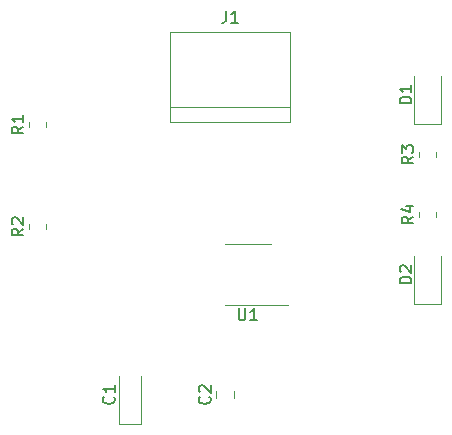
<source format=gbr>
%TF.GenerationSoftware,KiCad,Pcbnew,(6.0.10)*%
%TF.CreationDate,2023-02-17T13:08:42-08:00*%
%TF.ProjectId,Lab 6b,4c616220-3662-42e6-9b69-6361645f7063,rev?*%
%TF.SameCoordinates,Original*%
%TF.FileFunction,Legend,Top*%
%TF.FilePolarity,Positive*%
%FSLAX46Y46*%
G04 Gerber Fmt 4.6, Leading zero omitted, Abs format (unit mm)*
G04 Created by KiCad (PCBNEW (6.0.10)) date 2023-02-17 13:08:42*
%MOMM*%
%LPD*%
G01*
G04 APERTURE LIST*
%ADD10C,0.150000*%
%ADD11C,0.120000*%
G04 APERTURE END LIST*
D10*
%TO.C,R3*%
X143582380Y-83986666D02*
X143106190Y-84320000D01*
X143582380Y-84558095D02*
X142582380Y-84558095D01*
X142582380Y-84177142D01*
X142630000Y-84081904D01*
X142677619Y-84034285D01*
X142772857Y-83986666D01*
X142915714Y-83986666D01*
X143010952Y-84034285D01*
X143058571Y-84081904D01*
X143106190Y-84177142D01*
X143106190Y-84558095D01*
X142582380Y-83653333D02*
X142582380Y-83034285D01*
X142963333Y-83367619D01*
X142963333Y-83224761D01*
X143010952Y-83129523D01*
X143058571Y-83081904D01*
X143153809Y-83034285D01*
X143391904Y-83034285D01*
X143487142Y-83081904D01*
X143534761Y-83129523D01*
X143582380Y-83224761D01*
X143582380Y-83510476D01*
X143534761Y-83605714D01*
X143487142Y-83653333D01*
%TO.C,R4*%
X143582380Y-89066666D02*
X143106190Y-89400000D01*
X143582380Y-89638095D02*
X142582380Y-89638095D01*
X142582380Y-89257142D01*
X142630000Y-89161904D01*
X142677619Y-89114285D01*
X142772857Y-89066666D01*
X142915714Y-89066666D01*
X143010952Y-89114285D01*
X143058571Y-89161904D01*
X143106190Y-89257142D01*
X143106190Y-89638095D01*
X142915714Y-88209523D02*
X143582380Y-88209523D01*
X142534761Y-88447619D02*
X143249047Y-88685714D01*
X143249047Y-88066666D01*
%TO.C,R1*%
X110562380Y-81446666D02*
X110086190Y-81780000D01*
X110562380Y-82018095D02*
X109562380Y-82018095D01*
X109562380Y-81637142D01*
X109610000Y-81541904D01*
X109657619Y-81494285D01*
X109752857Y-81446666D01*
X109895714Y-81446666D01*
X109990952Y-81494285D01*
X110038571Y-81541904D01*
X110086190Y-81637142D01*
X110086190Y-82018095D01*
X110562380Y-80494285D02*
X110562380Y-81065714D01*
X110562380Y-80780000D02*
X109562380Y-80780000D01*
X109705238Y-80875238D01*
X109800476Y-80970476D01*
X109848095Y-81065714D01*
%TO.C,D1*%
X143412380Y-79478095D02*
X142412380Y-79478095D01*
X142412380Y-79240000D01*
X142460000Y-79097142D01*
X142555238Y-79001904D01*
X142650476Y-78954285D01*
X142840952Y-78906666D01*
X142983809Y-78906666D01*
X143174285Y-78954285D01*
X143269523Y-79001904D01*
X143364761Y-79097142D01*
X143412380Y-79240000D01*
X143412380Y-79478095D01*
X143412380Y-77954285D02*
X143412380Y-78525714D01*
X143412380Y-78240000D02*
X142412380Y-78240000D01*
X142555238Y-78335238D01*
X142650476Y-78430476D01*
X142698095Y-78525714D01*
%TO.C,J1*%
X127719166Y-71653630D02*
X127719166Y-72367916D01*
X127671547Y-72510773D01*
X127576309Y-72606011D01*
X127433452Y-72653630D01*
X127338214Y-72653630D01*
X128719166Y-72653630D02*
X128147738Y-72653630D01*
X128433452Y-72653630D02*
X128433452Y-71653630D01*
X128338214Y-71796488D01*
X128242976Y-71891726D01*
X128147738Y-71939345D01*
%TO.C,R2*%
X110562380Y-90086666D02*
X110086190Y-90420000D01*
X110562380Y-90658095D02*
X109562380Y-90658095D01*
X109562380Y-90277142D01*
X109610000Y-90181904D01*
X109657619Y-90134285D01*
X109752857Y-90086666D01*
X109895714Y-90086666D01*
X109990952Y-90134285D01*
X110038571Y-90181904D01*
X110086190Y-90277142D01*
X110086190Y-90658095D01*
X109657619Y-89705714D02*
X109610000Y-89658095D01*
X109562380Y-89562857D01*
X109562380Y-89324761D01*
X109610000Y-89229523D01*
X109657619Y-89181904D01*
X109752857Y-89134285D01*
X109848095Y-89134285D01*
X109990952Y-89181904D01*
X110562380Y-89753333D01*
X110562380Y-89134285D01*
%TO.C,C1*%
X118187142Y-104306666D02*
X118234761Y-104354285D01*
X118282380Y-104497142D01*
X118282380Y-104592380D01*
X118234761Y-104735238D01*
X118139523Y-104830476D01*
X118044285Y-104878095D01*
X117853809Y-104925714D01*
X117710952Y-104925714D01*
X117520476Y-104878095D01*
X117425238Y-104830476D01*
X117330000Y-104735238D01*
X117282380Y-104592380D01*
X117282380Y-104497142D01*
X117330000Y-104354285D01*
X117377619Y-104306666D01*
X118282380Y-103354285D02*
X118282380Y-103925714D01*
X118282380Y-103640000D02*
X117282380Y-103640000D01*
X117425238Y-103735238D01*
X117520476Y-103830476D01*
X117568095Y-103925714D01*
%TO.C,U1*%
X128778095Y-96832380D02*
X128778095Y-97641904D01*
X128825714Y-97737142D01*
X128873333Y-97784761D01*
X128968571Y-97832380D01*
X129159047Y-97832380D01*
X129254285Y-97784761D01*
X129301904Y-97737142D01*
X129349523Y-97641904D01*
X129349523Y-96832380D01*
X130349523Y-97832380D02*
X129778095Y-97832380D01*
X130063809Y-97832380D02*
X130063809Y-96832380D01*
X129968571Y-96975238D01*
X129873333Y-97070476D01*
X129778095Y-97118095D01*
%TO.C,C2*%
X126302142Y-104306666D02*
X126349761Y-104354285D01*
X126397380Y-104497142D01*
X126397380Y-104592380D01*
X126349761Y-104735238D01*
X126254523Y-104830476D01*
X126159285Y-104878095D01*
X125968809Y-104925714D01*
X125825952Y-104925714D01*
X125635476Y-104878095D01*
X125540238Y-104830476D01*
X125445000Y-104735238D01*
X125397380Y-104592380D01*
X125397380Y-104497142D01*
X125445000Y-104354285D01*
X125492619Y-104306666D01*
X125492619Y-103925714D02*
X125445000Y-103878095D01*
X125397380Y-103782857D01*
X125397380Y-103544761D01*
X125445000Y-103449523D01*
X125492619Y-103401904D01*
X125587857Y-103354285D01*
X125683095Y-103354285D01*
X125825952Y-103401904D01*
X126397380Y-103973333D01*
X126397380Y-103354285D01*
%TO.C,D2*%
X143412380Y-94718095D02*
X142412380Y-94718095D01*
X142412380Y-94480000D01*
X142460000Y-94337142D01*
X142555238Y-94241904D01*
X142650476Y-94194285D01*
X142840952Y-94146666D01*
X142983809Y-94146666D01*
X143174285Y-94194285D01*
X143269523Y-94241904D01*
X143364761Y-94337142D01*
X143412380Y-94480000D01*
X143412380Y-94718095D01*
X142507619Y-93765714D02*
X142460000Y-93718095D01*
X142412380Y-93622857D01*
X142412380Y-93384761D01*
X142460000Y-93289523D01*
X142507619Y-93241904D01*
X142602857Y-93194285D01*
X142698095Y-93194285D01*
X142840952Y-93241904D01*
X143412380Y-93813333D01*
X143412380Y-93194285D01*
D11*
%TO.C,R3*%
X145515000Y-84047064D02*
X145515000Y-83592936D01*
X144045000Y-84047064D02*
X144045000Y-83592936D01*
%TO.C,R4*%
X145515000Y-89127064D02*
X145515000Y-88672936D01*
X144045000Y-89127064D02*
X144045000Y-88672936D01*
%TO.C,R1*%
X112495000Y-81507064D02*
X112495000Y-81052936D01*
X111025000Y-81507064D02*
X111025000Y-81052936D01*
%TO.C,D1*%
X143645000Y-77140000D02*
X143645000Y-81200000D01*
X143645000Y-81200000D02*
X145915000Y-81200000D01*
X145915000Y-81200000D02*
X145915000Y-77140000D01*
%TO.C,J1*%
X133132500Y-79821250D02*
X122972500Y-79821250D01*
X133132500Y-81091250D02*
X133132500Y-73471250D01*
X122972500Y-81091250D02*
X133132500Y-81091250D01*
X133132500Y-73471250D02*
X122972500Y-73471250D01*
X122972500Y-73471250D02*
X122972500Y-81091250D01*
%TO.C,R2*%
X112495000Y-90147064D02*
X112495000Y-89692936D01*
X111025000Y-90147064D02*
X111025000Y-89692936D01*
%TO.C,C1*%
X118645000Y-106625000D02*
X120515000Y-106625000D01*
X118645000Y-102540000D02*
X118645000Y-106625000D01*
X120515000Y-106625000D02*
X120515000Y-102540000D01*
%TO.C,U1*%
X129540000Y-91420000D02*
X131490000Y-91420000D01*
X129540000Y-91420000D02*
X127590000Y-91420000D01*
X129540000Y-96540000D02*
X132990000Y-96540000D01*
X129540000Y-96540000D02*
X127590000Y-96540000D01*
%TO.C,C2*%
X128360000Y-104401252D02*
X128360000Y-103878748D01*
X126890000Y-104401252D02*
X126890000Y-103878748D01*
%TO.C,D2*%
X143645000Y-96440000D02*
X145915000Y-96440000D01*
X145915000Y-96440000D02*
X145915000Y-92380000D01*
X143645000Y-92380000D02*
X143645000Y-96440000D01*
%TD*%
M02*

</source>
